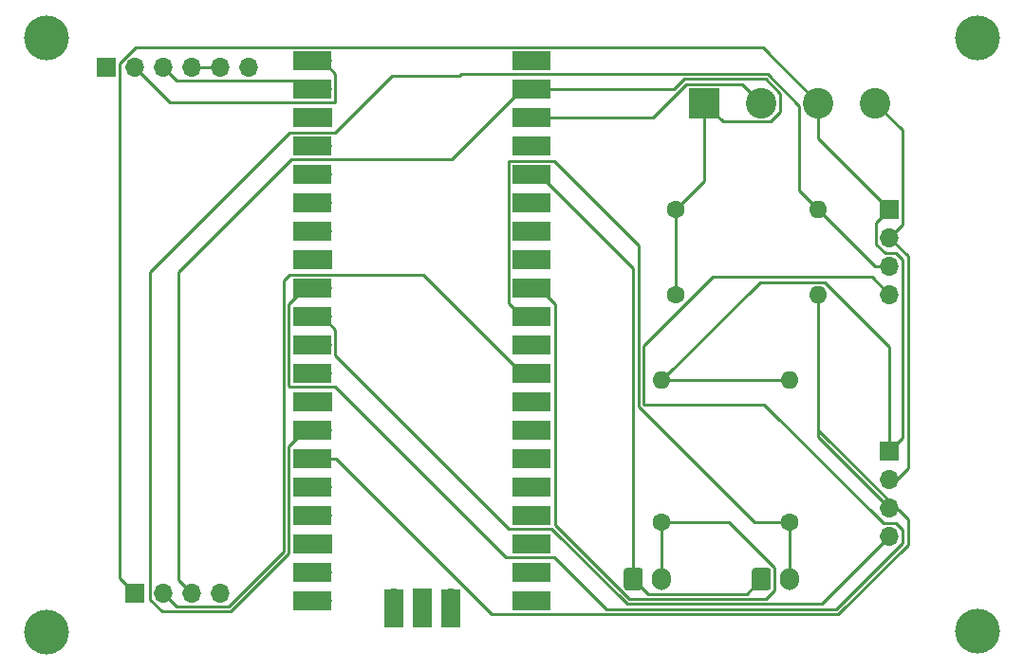
<source format=gbr>
%TF.GenerationSoftware,KiCad,Pcbnew,(5.1.7)-1*%
%TF.CreationDate,2021-05-11T21:19:05+01:00*%
%TF.ProjectId,flowcontrol-v0.1,666c6f77-636f-46e7-9472-6f6c2d76302e,rev?*%
%TF.SameCoordinates,Original*%
%TF.FileFunction,Copper,L1,Top*%
%TF.FilePolarity,Positive*%
%FSLAX46Y46*%
G04 Gerber Fmt 4.6, Leading zero omitted, Abs format (unit mm)*
G04 Created by KiCad (PCBNEW (5.1.7)-1) date 2021-05-11 21:19:05*
%MOMM*%
%LPD*%
G01*
G04 APERTURE LIST*
%TA.AperFunction,ComponentPad*%
%ADD10C,4.000000*%
%TD*%
%TA.AperFunction,ComponentPad*%
%ADD11O,1.700000X1.700000*%
%TD*%
%TA.AperFunction,ComponentPad*%
%ADD12R,1.700000X1.700000*%
%TD*%
%TA.AperFunction,ComponentPad*%
%ADD13O,1.700000X2.000000*%
%TD*%
%TA.AperFunction,ComponentPad*%
%ADD14R,2.730000X2.730000*%
%TD*%
%TA.AperFunction,ComponentPad*%
%ADD15C,2.730000*%
%TD*%
%TA.AperFunction,ComponentPad*%
%ADD16O,1.600000X1.600000*%
%TD*%
%TA.AperFunction,ComponentPad*%
%ADD17C,1.600000*%
%TD*%
%TA.AperFunction,SMDPad,CuDef*%
%ADD18R,1.700000X3.500000*%
%TD*%
%TA.AperFunction,SMDPad,CuDef*%
%ADD19R,3.500000X1.700000*%
%TD*%
%TA.AperFunction,Conductor*%
%ADD20C,0.250000*%
%TD*%
G04 APERTURE END LIST*
D10*
%TO.P,REF\u002A\u002A,1*%
%TO.N,N/C*%
X211074000Y-90106500D03*
%TD*%
%TO.P,REF\u002A\u002A,1*%
%TO.N,N/C*%
X211010500Y-143065500D03*
%TD*%
%TO.P,REF\u002A\u002A,1*%
%TO.N,N/C*%
X128016000Y-143129000D03*
%TD*%
%TO.P,REF\u002A\u002A,1*%
%TO.N,N/C*%
X128016000Y-90106500D03*
%TD*%
D11*
%TO.P,J1,4*%
%TO.N,GP6*%
X203200000Y-113030000D03*
%TO.P,J1,3*%
%TO.N,GP10*%
X203200000Y-110490000D03*
%TO.P,J1,2*%
%TO.N,12v*%
X203200000Y-107950000D03*
D12*
%TO.P,J1,1*%
%TO.N,GND*%
X203200000Y-105410000D03*
%TD*%
%TO.P,J2,1*%
%TO.N,GND*%
X203200000Y-127000000D03*
D11*
%TO.P,J2,2*%
%TO.N,12v*%
X203200000Y-129540000D03*
%TO.P,J2,3*%
%TO.N,GP11*%
X203200000Y-132080000D03*
%TO.P,J2,4*%
%TO.N,GP7*%
X203200000Y-134620000D03*
%TD*%
%TO.P,J3,1*%
%TO.N,3.3v*%
%TA.AperFunction,ComponentPad*%
G36*
G01*
X190920000Y-139180000D02*
X190920000Y-137680000D01*
G75*
G02*
X191170000Y-137430000I250000J0D01*
G01*
X192370000Y-137430000D01*
G75*
G02*
X192620000Y-137680000I0J-250000D01*
G01*
X192620000Y-139180000D01*
G75*
G02*
X192370000Y-139430000I-250000J0D01*
G01*
X191170000Y-139430000D01*
G75*
G02*
X190920000Y-139180000I0J250000D01*
G01*
G37*
%TD.AperFunction*%
D13*
%TO.P,J3,2*%
%TO.N,GP26*%
X194270000Y-138430000D03*
%TD*%
%TO.P,J4,1*%
%TO.N,3.3v*%
%TA.AperFunction,ComponentPad*%
G36*
G01*
X179490000Y-139180000D02*
X179490000Y-137680000D01*
G75*
G02*
X179740000Y-137430000I250000J0D01*
G01*
X180940000Y-137430000D01*
G75*
G02*
X181190000Y-137680000I0J-250000D01*
G01*
X181190000Y-139180000D01*
G75*
G02*
X180940000Y-139430000I-250000J0D01*
G01*
X179740000Y-139430000D01*
G75*
G02*
X179490000Y-139180000I0J250000D01*
G01*
G37*
%TD.AperFunction*%
%TO.P,J4,2*%
%TO.N,GP27*%
X182840000Y-138430000D03*
%TD*%
D14*
%TO.P,J6,1*%
%TO.N,5v*%
X186690000Y-95885000D03*
D15*
%TO.P,J6,2*%
%TO.N,GND*%
X191770000Y-95885000D03*
%TO.P,J6,3*%
X196850000Y-95885000D03*
%TO.P,J6,4*%
%TO.N,12v*%
X201930000Y-95885000D03*
%TD*%
D12*
%TO.P,J7,1*%
%TO.N,GND*%
X135890000Y-139700000D03*
D11*
%TO.P,J7,2*%
%TO.N,DIN*%
X138430000Y-139700000D03*
%TO.P,J7,3*%
%TO.N,5v*%
X140970000Y-139700000D03*
%TO.P,J7,4*%
%TO.N,Net-(J7-Pad4)*%
X143510000Y-139700000D03*
%TD*%
%TO.P,J8,6*%
%TO.N,Net-(J8-Pad6)*%
X146050000Y-92710000D03*
%TO.P,J8,5*%
%TO.N,Net-(J8-Pad4)*%
X143510000Y-92710000D03*
%TO.P,J8,4*%
X140970000Y-92710000D03*
%TO.P,J8,3*%
%TO.N,GP1*%
X138430000Y-92710000D03*
%TO.P,J8,2*%
%TO.N,GP0*%
X135890000Y-92710000D03*
D12*
%TO.P,J8,1*%
%TO.N,Net-(J8-Pad1)*%
X133350000Y-92710000D03*
%TD*%
D16*
%TO.P,R1,2*%
%TO.N,GND*%
X194310000Y-120650000D03*
D17*
%TO.P,R1,1*%
%TO.N,GP26*%
X194310000Y-133350000D03*
%TD*%
D16*
%TO.P,R2,2*%
%TO.N,GND*%
X182880000Y-120650000D03*
D17*
%TO.P,R2,1*%
%TO.N,GP27*%
X182880000Y-133350000D03*
%TD*%
%TO.P,R3,1*%
%TO.N,5v*%
X184150000Y-105410000D03*
D16*
%TO.P,R3,2*%
%TO.N,GP10*%
X196850000Y-105410000D03*
%TD*%
D17*
%TO.P,R4,1*%
%TO.N,5v*%
X184150000Y-113030000D03*
D16*
%TO.P,R4,2*%
%TO.N,GP11*%
X196850000Y-113030000D03*
%TD*%
D11*
%TO.P,U1,43*%
%TO.N,N/C*%
X164015000Y-140130001D03*
D18*
X164015000Y-141030001D03*
D12*
%TO.P,U1,42*%
X161475000Y-140130001D03*
D18*
X161475000Y-141030001D03*
D11*
%TO.P,U1,41*%
X158935000Y-140130001D03*
D18*
X158935000Y-141030001D03*
D19*
%TO.P,U1,21*%
%TO.N,Net-(U1-Pad21)*%
X171265000Y-140360001D03*
%TO.P,U1,22*%
%TO.N,Net-(U1-Pad22)*%
X171265000Y-137820001D03*
%TO.P,U1,23*%
%TO.N,Net-(U1-Pad23)*%
X171265000Y-135280001D03*
%TO.P,U1,24*%
%TO.N,Net-(U1-Pad24)*%
X171265000Y-132740001D03*
%TO.P,U1,25*%
%TO.N,Net-(U1-Pad25)*%
X171265000Y-130200001D03*
%TO.P,U1,26*%
%TO.N,Net-(U1-Pad26)*%
X171265000Y-127660001D03*
%TO.P,U1,27*%
%TO.N,Net-(U1-Pad27)*%
X171265000Y-125120001D03*
%TO.P,U1,28*%
%TO.N,Net-(U1-Pad28)*%
X171265000Y-122580001D03*
%TO.P,U1,29*%
%TO.N,DIN*%
X171265000Y-120040001D03*
%TO.P,U1,30*%
%TO.N,Net-(U1-Pad30)*%
X171265000Y-117500001D03*
%TO.P,U1,31*%
%TO.N,GP26*%
X171265000Y-114960001D03*
%TO.P,U1,32*%
%TO.N,GP27*%
X171265000Y-112420001D03*
%TO.P,U1,33*%
%TO.N,Net-(U1-Pad33)*%
X171265000Y-109880001D03*
%TO.P,U1,34*%
%TO.N,Net-(U1-Pad34)*%
X171265000Y-107340001D03*
%TO.P,U1,35*%
%TO.N,Net-(U1-Pad35)*%
X171265000Y-104800001D03*
%TO.P,U1,36*%
%TO.N,3.3v*%
X171265000Y-102260001D03*
%TO.P,U1,37*%
%TO.N,Net-(U1-Pad37)*%
X171265000Y-99720001D03*
%TO.P,U1,38*%
%TO.N,GND*%
X171265000Y-97180001D03*
%TO.P,U1,39*%
%TO.N,5v*%
X171265000Y-94640001D03*
%TO.P,U1,40*%
%TO.N,Net-(U1-Pad40)*%
X171265000Y-92100001D03*
%TO.P,U1,20*%
%TO.N,Net-(U1-Pad20)*%
X151685000Y-140360001D03*
%TO.P,U1,19*%
%TO.N,Net-(U1-Pad19)*%
X151685000Y-137820001D03*
%TO.P,U1,18*%
%TO.N,Net-(U1-Pad18)*%
X151685000Y-135280001D03*
%TO.P,U1,17*%
%TO.N,Net-(U1-Pad17)*%
X151685000Y-132740001D03*
%TO.P,U1,16*%
%TO.N,Net-(U1-Pad16)*%
X151685000Y-130200001D03*
%TO.P,U1,15*%
%TO.N,GP11*%
X151685000Y-127660001D03*
%TO.P,U1,14*%
%TO.N,GP10*%
X151685000Y-125120001D03*
%TO.P,U1,13*%
%TO.N,Net-(U1-Pad13)*%
X151685000Y-122580001D03*
%TO.P,U1,12*%
%TO.N,Net-(U1-Pad12)*%
X151685000Y-120040001D03*
%TO.P,U1,11*%
%TO.N,Net-(U1-Pad11)*%
X151685000Y-117500001D03*
%TO.P,U1,10*%
%TO.N,GP7*%
X151685000Y-114960001D03*
%TO.P,U1,9*%
%TO.N,GP6*%
X151685000Y-112420001D03*
%TO.P,U1,8*%
%TO.N,Net-(U1-Pad8)*%
X151685000Y-109880001D03*
%TO.P,U1,7*%
%TO.N,Net-(U1-Pad7)*%
X151685000Y-107340001D03*
%TO.P,U1,6*%
%TO.N,Net-(U1-Pad6)*%
X151685000Y-104800001D03*
%TO.P,U1,5*%
%TO.N,Net-(U1-Pad5)*%
X151685000Y-102260001D03*
%TO.P,U1,4*%
%TO.N,Net-(U1-Pad4)*%
X151685000Y-99720001D03*
%TO.P,U1,3*%
%TO.N,Net-(U1-Pad3)*%
X151685000Y-97180001D03*
%TO.P,U1,2*%
%TO.N,GP1*%
X151685000Y-94640001D03*
%TO.P,U1,1*%
%TO.N,GP0*%
X151685000Y-92100001D03*
D11*
%TO.P,U1,40*%
%TO.N,Net-(U1-Pad40)*%
X170365000Y-92100001D03*
%TO.P,U1,39*%
%TO.N,5v*%
X170365000Y-94640001D03*
D12*
%TO.P,U1,38*%
%TO.N,GND*%
X170365000Y-97180001D03*
D11*
%TO.P,U1,37*%
%TO.N,Net-(U1-Pad37)*%
X170365000Y-99720001D03*
%TO.P,U1,36*%
%TO.N,3.3v*%
X170365000Y-102260001D03*
%TO.P,U1,35*%
%TO.N,Net-(U1-Pad35)*%
X170365000Y-104800001D03*
%TO.P,U1,34*%
%TO.N,Net-(U1-Pad34)*%
X170365000Y-107340001D03*
D12*
%TO.P,U1,33*%
%TO.N,Net-(U1-Pad33)*%
X170365000Y-109880001D03*
D11*
%TO.P,U1,32*%
%TO.N,GP27*%
X170365000Y-112420001D03*
%TO.P,U1,31*%
%TO.N,GP26*%
X170365000Y-114960001D03*
%TO.P,U1,30*%
%TO.N,Net-(U1-Pad30)*%
X170365000Y-117500001D03*
%TO.P,U1,29*%
%TO.N,DIN*%
X170365000Y-120040001D03*
D12*
%TO.P,U1,28*%
%TO.N,Net-(U1-Pad28)*%
X170365000Y-122580001D03*
D11*
%TO.P,U1,27*%
%TO.N,Net-(U1-Pad27)*%
X170365000Y-125120001D03*
%TO.P,U1,26*%
%TO.N,Net-(U1-Pad26)*%
X170365000Y-127660001D03*
%TO.P,U1,25*%
%TO.N,Net-(U1-Pad25)*%
X170365000Y-130200001D03*
%TO.P,U1,24*%
%TO.N,Net-(U1-Pad24)*%
X170365000Y-132740001D03*
D12*
%TO.P,U1,23*%
%TO.N,Net-(U1-Pad23)*%
X170365000Y-135280001D03*
D11*
%TO.P,U1,22*%
%TO.N,Net-(U1-Pad22)*%
X170365000Y-137820001D03*
%TO.P,U1,21*%
%TO.N,Net-(U1-Pad21)*%
X170365000Y-140360001D03*
%TO.P,U1,20*%
%TO.N,Net-(U1-Pad20)*%
X152585000Y-140360001D03*
%TO.P,U1,19*%
%TO.N,Net-(U1-Pad19)*%
X152585000Y-137820001D03*
D12*
%TO.P,U1,18*%
%TO.N,Net-(U1-Pad18)*%
X152585000Y-135280001D03*
D11*
%TO.P,U1,17*%
%TO.N,Net-(U1-Pad17)*%
X152585000Y-132740001D03*
%TO.P,U1,16*%
%TO.N,Net-(U1-Pad16)*%
X152585000Y-130200001D03*
%TO.P,U1,15*%
%TO.N,GP11*%
X152585000Y-127660001D03*
%TO.P,U1,14*%
%TO.N,GP10*%
X152585000Y-125120001D03*
D12*
%TO.P,U1,13*%
%TO.N,Net-(U1-Pad13)*%
X152585000Y-122580001D03*
D11*
%TO.P,U1,12*%
%TO.N,Net-(U1-Pad12)*%
X152585000Y-120040001D03*
%TO.P,U1,11*%
%TO.N,Net-(U1-Pad11)*%
X152585000Y-117500001D03*
%TO.P,U1,10*%
%TO.N,GP7*%
X152585000Y-114960001D03*
%TO.P,U1,9*%
%TO.N,GP6*%
X152585000Y-112420001D03*
D12*
%TO.P,U1,8*%
%TO.N,Net-(U1-Pad8)*%
X152585000Y-109880001D03*
D11*
%TO.P,U1,7*%
%TO.N,Net-(U1-Pad7)*%
X152585000Y-107340001D03*
%TO.P,U1,6*%
%TO.N,Net-(U1-Pad6)*%
X152585000Y-104800001D03*
%TO.P,U1,5*%
%TO.N,Net-(U1-Pad5)*%
X152585000Y-102260001D03*
%TO.P,U1,4*%
%TO.N,Net-(U1-Pad4)*%
X152585000Y-99720001D03*
D12*
%TO.P,U1,3*%
%TO.N,Net-(U1-Pad3)*%
X152585000Y-97180001D03*
D11*
%TO.P,U1,2*%
%TO.N,GP1*%
X152585000Y-94640001D03*
%TO.P,U1,1*%
%TO.N,GP0*%
X152585000Y-92100001D03*
%TD*%
D20*
%TO.N,GND*%
X191890000Y-90925000D02*
X196850000Y-95885000D01*
X134525001Y-92335997D02*
X135935998Y-90925000D01*
X134525001Y-138335001D02*
X134525001Y-92335997D01*
X135935998Y-90925000D02*
X191890000Y-90925000D01*
X135890000Y-139700000D02*
X134525001Y-138335001D01*
X196850000Y-99060000D02*
X203200000Y-105410000D01*
X196850000Y-95885000D02*
X196850000Y-99060000D01*
X204375001Y-125824999D02*
X203200000Y-127000000D01*
X204375001Y-109925999D02*
X204375001Y-125824999D01*
X203764001Y-109314999D02*
X204375001Y-109925999D01*
X202825997Y-109314999D02*
X203764001Y-109314999D01*
X202024999Y-108514001D02*
X202825997Y-109314999D01*
X202024999Y-106585001D02*
X202024999Y-108514001D01*
X203200000Y-105410000D02*
X202024999Y-106585001D01*
X203200000Y-117714998D02*
X203200000Y-127000000D01*
X197390001Y-111904999D02*
X203200000Y-117714998D01*
X191625001Y-111904999D02*
X197390001Y-111904999D01*
X182880000Y-120650000D02*
X191625001Y-111904999D01*
X194310000Y-120650000D02*
X182880000Y-120650000D01*
X190079999Y-94194999D02*
X191770000Y-95885000D01*
X185064999Y-94194999D02*
X190079999Y-94194999D01*
X182079997Y-97180001D02*
X185064999Y-94194999D01*
X170365000Y-97180001D02*
X182079997Y-97180001D01*
%TO.N,12v*%
X204375001Y-98330001D02*
X201930000Y-95885000D01*
X204375001Y-106774999D02*
X204375001Y-98330001D01*
X203200000Y-107950000D02*
X204375001Y-106774999D01*
X203200000Y-129540000D02*
X203835000Y-129540000D01*
X204825010Y-128549990D02*
X204825010Y-109575010D01*
X204825010Y-109575010D02*
X203200000Y-107950000D01*
X203835000Y-129540000D02*
X204825010Y-128549990D01*
%TO.N,GP10*%
X201930000Y-110490000D02*
X196850000Y-105410000D01*
X203200000Y-110490000D02*
X201930000Y-110490000D01*
X149609999Y-126550000D02*
X151039998Y-125120001D01*
X144426400Y-141325010D02*
X149609999Y-136141411D01*
X138316008Y-141325010D02*
X144426400Y-141325010D01*
X137254999Y-140264001D02*
X138316008Y-141325010D01*
X137254999Y-110965000D02*
X137254999Y-140264001D01*
X149674999Y-98545000D02*
X137254999Y-110965000D01*
X153695001Y-98545000D02*
X149674999Y-98545000D01*
X151039998Y-125120001D02*
X152585000Y-125120001D01*
X149609999Y-136141411D02*
X149609999Y-126550000D01*
X164948024Y-93294979D02*
X164788001Y-93455002D01*
X195159999Y-96137387D02*
X192317591Y-93294979D01*
X195159999Y-103719999D02*
X195159999Y-96137387D01*
X158784998Y-93455002D02*
X158187500Y-94052500D01*
X196850000Y-105410000D02*
X195159999Y-103719999D01*
X164788001Y-93455002D02*
X158784998Y-93455002D01*
X192317591Y-93294979D02*
X164948024Y-93294979D01*
X158187500Y-94052500D02*
X153695001Y-98545000D01*
X158775001Y-93465000D02*
X158187500Y-94052500D01*
%TO.N,GP6*%
X149609999Y-113850000D02*
X151039998Y-112420001D01*
X149609999Y-121150002D02*
X149609999Y-113850000D01*
X149674999Y-121215002D02*
X149609999Y-121150002D01*
X153695001Y-121215002D02*
X149674999Y-121215002D01*
X177925037Y-141105038D02*
X173275001Y-136455002D01*
X198453964Y-141105038D02*
X177925037Y-141105038D01*
X204375001Y-135184001D02*
X198453964Y-141105038D01*
X204375001Y-134055999D02*
X204375001Y-135184001D01*
X203764001Y-133444999D02*
X204375001Y-134055999D01*
X151039998Y-112420001D02*
X152585000Y-112420001D01*
X202635999Y-133444999D02*
X203764001Y-133444999D01*
X173275001Y-136455002D02*
X168935001Y-136455002D01*
X192009610Y-122818610D02*
X202635999Y-133444999D01*
X181240020Y-122818610D02*
X192009610Y-122818610D01*
X168935001Y-136455002D02*
X153695001Y-121215002D01*
X181240020Y-117604982D02*
X181240020Y-122818610D01*
X187390013Y-111454989D02*
X181240020Y-117604982D01*
X201624989Y-111454989D02*
X187390013Y-111454989D01*
X203200000Y-113030000D02*
X201624989Y-111454989D01*
%TO.N,GP7*%
X153760001Y-116135002D02*
X152585000Y-114960001D01*
X169254999Y-133915002D02*
X153760001Y-118420004D01*
X179765429Y-140655029D02*
X173025402Y-133915002D01*
X153760001Y-118420004D02*
X153760001Y-116135002D01*
X197164971Y-140655029D02*
X179765429Y-140655029D01*
X173025402Y-133915002D02*
X169254999Y-133915002D01*
X203200000Y-134620000D02*
X197164971Y-140655029D01*
%TO.N,GP11*%
X196850000Y-125730000D02*
X203200000Y-132080000D01*
X153830002Y-127660001D02*
X152585000Y-127660001D01*
X167725049Y-141555048D02*
X153830002Y-127660001D01*
X198640364Y-141555048D02*
X167725049Y-141555048D01*
X196850000Y-125095000D02*
X204825010Y-133070010D01*
X196850000Y-113030000D02*
X196850000Y-125095000D01*
X204825010Y-135370402D02*
X198640364Y-141555048D01*
X204825010Y-133070010D02*
X204825010Y-135370402D01*
X196850000Y-125095000D02*
X196850000Y-125730000D01*
%TO.N,3.3v*%
X171910002Y-102260001D02*
X170365000Y-102260001D01*
X180340000Y-110689999D02*
X171910002Y-102260001D01*
X180340000Y-138430000D02*
X180340000Y-110689999D01*
X190444990Y-139755010D02*
X191770000Y-138430000D01*
X181665010Y-139755010D02*
X190444990Y-139755010D01*
X180340000Y-138430000D02*
X181665010Y-139755010D01*
%TO.N,GP26*%
X194270000Y-133390000D02*
X194310000Y-133350000D01*
X194270000Y-138430000D02*
X194270000Y-133390000D01*
X169189999Y-101150000D02*
X169189999Y-113785000D01*
X169254999Y-101085000D02*
X169189999Y-101150000D01*
X173275001Y-101085000D02*
X169254999Y-101085000D01*
X180790010Y-108600009D02*
X173275001Y-101085000D01*
X180790010Y-123005010D02*
X180790010Y-108600009D01*
X191135000Y-133350000D02*
X180790010Y-123005010D01*
X169189999Y-113785000D02*
X170365000Y-114960001D01*
X194310000Y-133350000D02*
X191135000Y-133350000D01*
%TO.N,GP27*%
X182840000Y-133390000D02*
X182880000Y-133350000D01*
X182840000Y-138430000D02*
X182840000Y-133390000D01*
X171910002Y-112420001D02*
X170365000Y-112420001D01*
X173340001Y-113850000D02*
X171910002Y-112420001D01*
X173340001Y-133593191D02*
X173340001Y-113850000D01*
X179951830Y-140205020D02*
X173340001Y-133593191D01*
X192158170Y-140205020D02*
X179951830Y-140205020D01*
X192945010Y-139418180D02*
X192158170Y-140205020D01*
X192945010Y-137441820D02*
X192945010Y-139418180D01*
X188853190Y-133350000D02*
X192945010Y-137441820D01*
X182880000Y-133350000D02*
X188853190Y-133350000D01*
%TO.N,5v*%
X186690000Y-102870000D02*
X184150000Y-105410000D01*
X186690000Y-95885000D02*
X186690000Y-102870000D01*
X184150000Y-105410000D02*
X184150000Y-113030000D01*
X171910002Y-94640001D02*
X170365000Y-94640001D01*
X164109999Y-100895002D02*
X170365000Y-94640001D01*
X149864997Y-100895002D02*
X164109999Y-100895002D01*
X139794999Y-110965000D02*
X149864997Y-100895002D01*
X139794999Y-138524999D02*
X139794999Y-110965000D01*
X140970000Y-139700000D02*
X139794999Y-138524999D01*
X192581201Y-97575001D02*
X188380001Y-97575001D01*
X193460001Y-96696201D02*
X192581201Y-97575001D01*
X188380001Y-97575001D02*
X186690000Y-95885000D01*
X193460001Y-95073799D02*
X193460001Y-96696201D01*
X192131191Y-93744989D02*
X193460001Y-95073799D01*
X183983587Y-94640001D02*
X184878599Y-93744989D01*
X184878599Y-93744989D02*
X192131191Y-93744989D01*
X170365000Y-94640001D02*
X183983587Y-94640001D01*
%TO.N,DIN*%
X161569999Y-111245000D02*
X170365000Y-120040001D01*
X149674999Y-111245000D02*
X161569999Y-111245000D01*
X149159990Y-111760009D02*
X149674999Y-111245000D01*
X149159990Y-135955010D02*
X149159990Y-111760009D01*
X144239999Y-140875001D02*
X149159990Y-135955010D01*
X139605001Y-140875001D02*
X144239999Y-140875001D01*
X138430000Y-139700000D02*
X139605001Y-140875001D01*
%TO.N,GP0*%
X153760001Y-95750002D02*
X153760001Y-93275002D01*
X153760001Y-93275002D02*
X152585000Y-92100001D01*
X153695001Y-95815002D02*
X153760001Y-95750002D01*
X138995002Y-95815002D02*
X153695001Y-95815002D01*
X135890000Y-92710000D02*
X138995002Y-95815002D01*
%TO.N,GP1*%
X151830000Y-93885001D02*
X152585000Y-94640001D01*
X139605001Y-93885001D02*
X151830000Y-93885001D01*
X138430000Y-92710000D02*
X139605001Y-93885001D01*
%TO.N,Net-(J8-Pad4)*%
X140970000Y-92710000D02*
X143510000Y-92710000D01*
%TD*%
M02*

</source>
